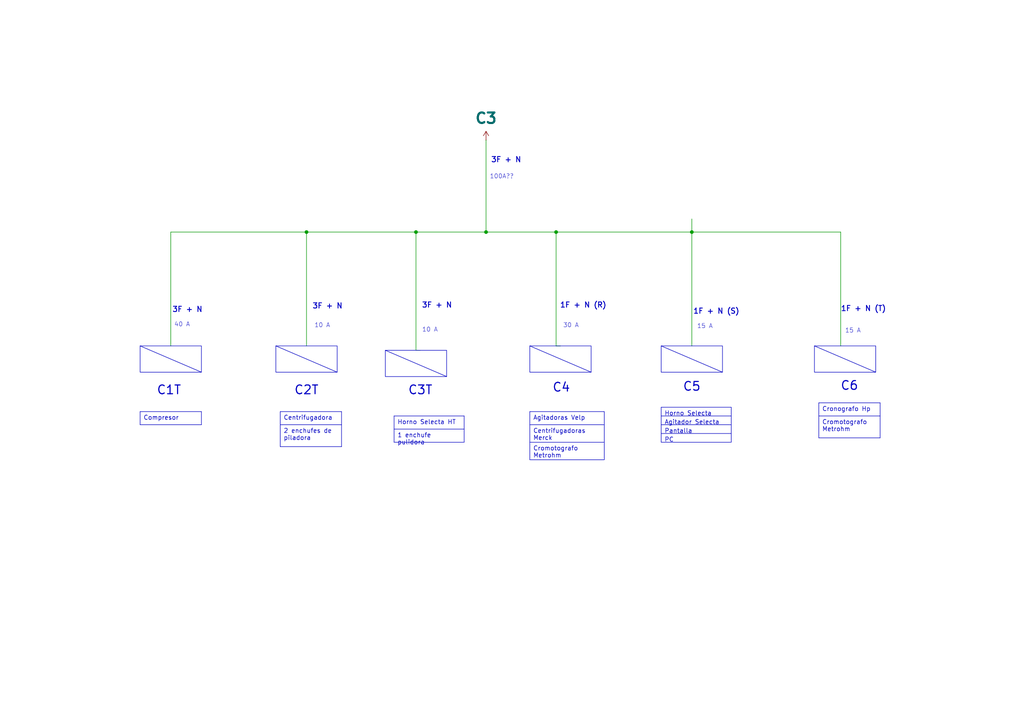
<source format=kicad_sch>
(kicad_sch (version 20250114) (generator "eeschema") (generator_version "9.0")
  (paper "A4")
  (title_block (title "Trabajo Sistemas Electricos"))
  (lib_symbols
    (symbol "power:+1V35" (power) (pin_numbers (hide yes)) (pin_names (offset 0) (hide yes))
      (property "Value" "+1V35" (at 0 3.556 0))
      (symbol "+1V35_0_1"
        (polyline (pts (xy -0.762 1.27) (xy 0 2.54)))
        (polyline (pts (xy 0 2.54) (xy 0.762 1.27)))
        (polyline (pts (xy 0 0) (xy 0 2.54)))
      )
      (symbol "+1V35_1_1"
        (pin power_in line (at 0 0 90) (length 0) (name "~") (number "1"))
      )
    )
  )
  (rectangle (start 80.01 100.33) (end 97.79 107.95))
  (rectangle (start 236.22 100.33) (end 254 107.95))
  (bezier (pts (xy 129.54 109.22) (xy 129.54 109.22) (xy 111.76 101.6) (xy 111.76 101.6)))
  (rectangle (start 153.67 100.33) (end 171.45 107.95))
  (rectangle (start 111.76 101.6) (end 129.54 109.22))
  (bezier (pts (xy 209.55 107.95) (xy 209.55 107.95) (xy 191.77 100.33) (xy 191.77 100.33)))
  (bezier (pts (xy 97.79 107.95) (xy 97.79 107.95) (xy 80.01 100.33) (xy 80.01 100.33)))
  (rectangle (start 191.77 100.33) (end 209.55 107.95))
  (bezier (pts (xy 58.42 107.95) (xy 58.42 107.95) (xy 40.64 100.33) (xy 40.64 100.33)))
  (bezier (pts (xy 171.45 107.95) (xy 171.45 107.95) (xy 153.67 100.33) (xy 153.67 100.33)))
  (rectangle (start 40.64 100.33) (end 58.42 107.95))
  (bezier (pts (xy 254 107.95) (xy 254 107.95) (xy 236.22 100.33) (xy 236.22 100.33)))
  (text "40 A" (at 52.832 94.234 0) (effects (font (size 1.27 1.27) (thickness 0.0953))))
  (text "1F + N (R)" (at 169.164 88.646 0) (effects (font (size 1.524 1.524) (thickness 0.254) (bold yes))))
  (text "3F + N" (at 94.996 88.9 0) (effects (font (size 1.524 1.524) (thickness 0.254) (bold yes))))
  (text "100A??" (at 145.542 51.308 0) (effects (font (size 1.27 1.27) (thickness 0.0953))))
  (text "1F + N (T)" (at 250.444 89.662 0) (effects (font (size 1.524 1.524) (thickness 0.254) (bold yes))))
  (text "1F + N (S)" (at 207.772 90.424 0) (effects (font (size 1.524 1.524) (thickness 0.254) (bold yes))))
  (text "30 A" (at 165.608 94.488 0) (effects (font (size 1.27 1.27) (thickness 0.0953))))
  (text "C1T" (at 49.022 113.284 0) (effects (font (size 2.54 2.54) (thickness 0.3175))))
  (text "15 A" (at 247.396 96.012 0) (effects (font (size 1.27 1.27) (thickness 0.0953))))
  (text "10 A" (at 93.472 94.488 0) (effects (font (size 1.27 1.27) (thickness 0.0953))))
  (text "C4\n" (at 162.814 112.522 0) (effects (font (size 2.54 2.54) (thickness 0.3175))))
  (text "3F + N" (at 54.356 89.916 0) (effects (font (size 1.524 1.524) (thickness 0.254) (bold yes))))
  (text "10 A" (at 124.714 95.758 0) (effects (font (size 1.27 1.27) (thickness 0.0953))))
  (text "C3T" (at 121.92 113.284 0) (effects (font (size 2.54 2.54) (thickness 0.3175))))
  (text "C6\n" (at 246.38 112.014 0) (effects (font (size 2.54 2.54) (thickness 0.3175))))
  (text "C5" (at 200.66 112.268 0) (effects (font (size 2.54 2.54) (thickness 0.3175))))
  (text "3F + N" (at 146.812 46.482 0) (effects (font (size 1.524 1.524) (thickness 0.254) (bold yes))))
  (text "15 A" (at 204.47 94.742 0) (effects (font (size 1.27 1.27) (thickness 0.0953))))
  (text "3F + N" (at 126.746 88.646 0) (effects (font (size 1.524 1.524) (thickness 0.254) (bold yes))))
  (text "C2T" (at 88.9 113.284 0) (effects (font (size 2.54 2.54) (thickness 0.3175))))
  (junction (at 140.97 67.31))
  (junction (at 161.29 67.31))
  (junction (at 120.65 67.31))
  (junction (at 88.9 67.31))
  (junction (at 200.66 67.31))
  (wire (pts (xy 120.65 67.31) (xy 88.9 67.31)))
  (wire (pts (xy 140.97 67.31) (xy 161.29 67.31)))
  (wire (pts (xy 243.84 67.31) (xy 243.84 100.33)))
  (wire (pts (xy 88.9 67.31) (xy 49.53 67.31)))
  (wire (pts (xy 140.97 40.64) (xy 140.97 67.31)))
  (wire (pts (xy 200.66 67.31) (xy 243.84 67.31)))
  (wire (pts (xy 200.66 63.5) (xy 200.66 67.31)))
  (wire (pts (xy 120.65 101.6) (xy 121.92 101.6)))
  (wire (pts (xy 161.29 67.31) (xy 161.29 100.33)))
  (wire (pts (xy 200.66 67.31) (xy 200.66 100.33)))
  (wire (pts (xy 120.65 67.31) (xy 120.65 101.6)))
  (wire (pts (xy 161.29 67.31) (xy 200.66 67.31)))
  (wire (pts (xy 49.53 67.31) (xy 49.53 100.33)))
  (wire (pts (xy 88.9 67.31) (xy 88.9 100.33)))
  (wire (pts (xy 140.97 67.31) (xy 120.65 67.31)))
  (wire (pts (xy 161.29 100.33) (xy 162.56 100.33)))
  (table (column_count 1) (border (external yes) (header yes)) (separators (rows yes) (cols yes)) (column_widths 20.32) (row_heights 2.54 2.54 2.54 2.54) (cells (table_cell "Horno Selecta" (at 191.77 118.11 0) (size 20.32 2.54) (margins 0.9525 0.9525 0.9525 0.9525) (span 1 1)) (table_cell "Agitador Selecta" (at 191.77 120.65 0) (size 20.32 2.54) (margins 0.9525 0.9525 0.9525 0.9525) (span 1 1)) (table_cell "Pantalla" (at 191.77 123.19 0) (size 20.32 2.54) (margins 0.9525 0.9525 0.9525 0.9525) (span 1 1)) (table_cell "PC" (at 191.77 125.73 0) (size 20.32 2.54) (margins 0.9525 0.9525 0.9525 0.9525) (span 1 1))))
  (table (column_count 1) (border (external yes) (header yes)) (separators (rows yes) (cols yes)) (column_widths 20.32) (row_heights 3.81 3.81) (cells (table_cell "Horno Selecta HT" (at 114.3 120.65 0) (size 20.32 3.81) (margins 0.9525 0.9525 0.9525 0.9525) (span 1 1)) (table_cell "1 enchufe pulidora" (at 114.3 124.46 0) (size 20.32 3.81) (margins 0.9525 0.9525 0.9525 0.9525) (span 1 1))))
  (table (column_count 1) (border (external yes) (header yes)) (separators (rows yes) (cols yes)) (column_widths 17.78) (row_heights 3.81) (cells (table_cell "Compresor" (at 40.64 119.38 0) (size 17.78 3.81) (margins 0.9525 0.9525 0.9525 0.9525) (span 1 1))))
  (table (column_count 1) (border (external yes) (header yes)) (separators (rows yes) (cols yes)) (column_widths 17.78) (row_heights 3.81 6.35) (cells (table_cell "Cronografo Hp" (at 237.49 116.84 0) (size 17.78 3.81) (margins 0.9525 0.9525 0.9525 0.9525) (span 1 1)) (table_cell "Cromotografo Metrohm" (at 237.49 120.65 0) (size 17.78 6.35) (margins 0.9525 0.9525 0.9525 0.9525) (span 1 1))))
  (table (column_count 1) (border (external yes) (header yes)) (separators (rows yes) (cols yes)) (column_widths 17.78) (row_heights 3.81 6.35) (cells (table_cell "Centrifugadora" (at 81.28 119.38 0) (size 17.78 3.81) (margins 0.9525 0.9525 0.9525 0.9525) (span 1 1)) (table_cell "2 enchufes de piladora" (at 81.28 123.19 0) (size 17.78 6.35) (margins 0.9525 0.9525 0.9525 0.9525) (span 1 1))))
  (table (column_count 1) (border (external yes) (header yes)) (separators (rows yes) (cols yes)) (column_widths 21.59) (row_heights 3.81 5.08 5.08) (cells (table_cell "Agitadoras Velp" (at 153.67 119.38 0) (size 21.59 3.81) (margins 0.9525 0.9525 0.9525 0.9525) (span 1 1)) (table_cell "Centrifugadoras Merck" (at 153.67 123.19 0) (size 21.59 5.08) (margins 0.9525 0.9525 0.9525 0.9525) (span 1 1)) (table_cell "Cromotografo Metrohm" (at 153.67 128.27 0) (size 21.59 5.08) (margins 0.9525 0.9525 0.9525 0.9525) (span 1 1))))
  (symbol (lib_id "power:+1V35") (at 140.97 40.64 0) (unit 1)
    (property "Reference" "#PWR01" (effects (hide yes)))
    (property "Value" "C3" (at 140.97 34.29 0) (effects (font (size 3.048 3.048) (thickness 0.6096) (bold yes))))
    (property "Description" "Power symbol creates a global label with name \"+1V35\"" (effects (hide yes)))
  )
)
</source>
